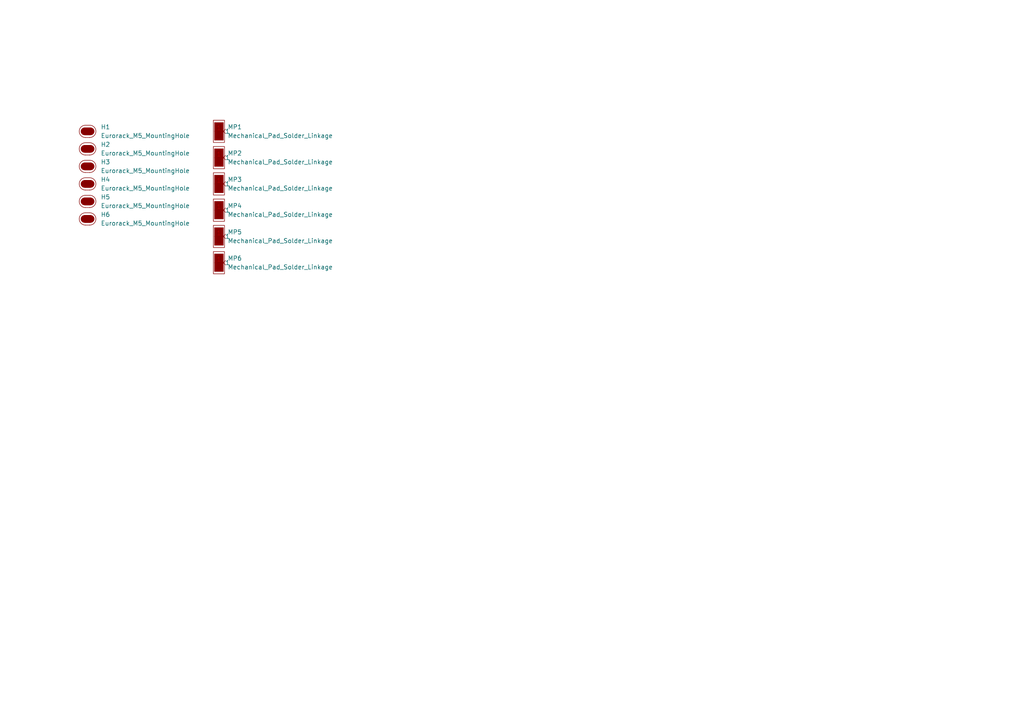
<source format=kicad_sch>
(kicad_sch (version 20250114) (generator "eeschema") (generator_version "9.0")
  (paper "A4")
  (lib_symbols
    (symbol "EXC:Eurorack_M5_MountingHole_Rail" (pin_names (offset 1.016))
      (property "Reference" "H" (at 0 5.08 0))
      (property "Value" "Eurorack_M5_MountingHole" (at 0 3.175 0))
      (symbol "Eurorack_M5_MountingHole_Rail_0_1"
        (circle (center -0.889 0) (radius 1.016) (fill (type outline)))
        (circle (center -0.762 0) (radius 1.016) (fill (type outline)))
        (circle (center -0.635 0) (radius 1.016) (fill (type outline)))
        (arc (start -0.635 -1.778) (mid -2.413 0) (end -0.635 1.778))
        (polyline (pts (xy -0.635 -1.778) (xy 0.635 -1.778)))
        (circle (center -0.508 0) (radius 1.016) (fill (type outline)))
        (circle (center -0.381 0) (radius 1.016) (fill (type outline)))
        (circle (center -0.254 0) (radius 1.016) (fill (type outline)))
        (circle (center -0.127 0) (radius 1.016) (fill (type outline)))
        (circle (center 0 0) (radius 1.016) (fill (type outline)))
        (circle (center 0.127 0) (radius 1.016) (fill (type outline)))
        (circle (center 0.254 0) (radius 1.016) (fill (type outline)))
        (circle (center 0.381 0) (radius 1.016) (fill (type outline)))
        (circle (center 0.508 0) (radius 1.016) (fill (type outline)))
        (polyline (pts (xy 0.635 1.778) (xy -0.635 1.778)))
        (arc (start 0.6141 1.778) (mid 2.4131 0) (end 0.6141 -1.778))
        (circle (center 0.635 0) (radius 1.016) (fill (type outline)))
        (circle (center 0.762 0) (radius 1.016) (fill (type outline)))
        (circle (center 0.889 0) (radius 1.016) (fill (type outline)))
      )
    )
    (symbol "EXC:Mechanical_Pad_Solder_Linkage"
      (property "Reference" "MP" (at 0 4.318 0))
      (property "Value" "Mechanical_Pad_Solder_Linkage" (at 0 -4.318 0))
      (symbol "Mechanical_Pad_Solder_Linkage_0_1"
        (rectangle (start -1.6129 3.2258) (end 1.6129 -3.2258))
        (rectangle (start -1.27 2.54) (end 1.27 -2.54) (fill (type outline)))
      )
      (symbol "Mechanical_Pad_Solder_Linkage_1_1"
        (pin bidirectional non_logic (at -1.27 0 0) (length 2.54) (name "1") (number "1"))
      )
    )
  )
  (symbol (lib_id "EXC:Mechanical_Pad_Solder_Linkage") (at 63.5 38.1 0) (unit 1)
    (property "Reference" "MP1" (at 66.04 36.8299 0) (effects (justify left)))
    (property "Value" "Mechanical_Pad_Solder_Linkage" (at 66.04 39.3699 0) (effects (justify left)))
    (property "Footprint" "EXC:SolderWirePad_1x01_SMD_1x2mm" (effects (hide yes)))
    (property "Description" "Solder pad for mechanically connecting PCBs/etc." (effects (hide yes)))
  )
  (symbol (lib_id "EXC:Mechanical_Pad_Solder_Linkage") (at 63.5 53.34 0) (unit 1)
    (property "Reference" "MP3" (at 66.04 52.0699 0) (effects (justify left)))
    (property "Value" "Mechanical_Pad_Solder_Linkage" (at 66.04 54.6099 0) (effects (justify left)))
    (property "Footprint" "EXC:SolderWirePad_1x01_SMD_1x2mm" (effects (hide yes)))
    (property "Description" "Solder pad for mechanically connecting PCBs/etc." (effects (hide yes)))
  )
  (symbol (lib_id "EXC:Eurorack_M5_MountingHole_Rail") (at 25.4 58.42 0) (unit 1)
    (property "Reference" "H5" (at 29.21 57.1499 0) (effects (justify left)))
    (property "Value" "Eurorack_M5_MountingHole" (at 29.21 59.6899 0) (effects (justify left)))
    (property "Footprint" "EXC:MountingHole_5.2mm_M5" (effects (hide yes)))
    (property "Description" "Mounting Hole without connection" (effects (hide yes)))
  )
  (symbol (lib_id "EXC:Mechanical_Pad_Solder_Linkage") (at 63.5 76.2 0) (unit 1)
    (property "Reference" "MP6" (at 66.04 74.9299 0) (effects (justify left)))
    (property "Value" "Mechanical_Pad_Solder_Linkage" (at 66.04 77.4699 0) (effects (justify left)))
    (property "Footprint" "EXC:SolderWirePad_1x01_SMD_1x2mm" (effects (hide yes)))
    (property "Description" "Solder pad for mechanically connecting PCBs/etc." (effects (hide yes)))
  )
  (symbol (lib_id "EXC:Eurorack_M5_MountingHole_Rail") (at 25.4 63.5 0) (unit 1)
    (property "Reference" "H6" (at 29.21 62.2299 0) (effects (justify left)))
    (property "Value" "Eurorack_M5_MountingHole" (at 29.21 64.7699 0) (effects (justify left)))
    (property "Footprint" "EXC:MountingHole_5.2mm_M5" (effects (hide yes)))
    (property "Description" "Mounting Hole without connection" (effects (hide yes)))
  )
  (symbol (lib_id "EXC:Eurorack_M5_MountingHole_Rail") (at 25.4 48.26 0) (unit 1)
    (property "Reference" "H3" (at 29.21 46.9899 0) (effects (justify left)))
    (property "Value" "Eurorack_M5_MountingHole" (at 29.21 49.5299 0) (effects (justify left)))
    (property "Footprint" "EXC:MountingHole_5.2mm_M5" (effects (hide yes)))
    (property "Description" "Mounting Hole without connection" (effects (hide yes)))
  )
  (symbol (lib_id "EXC:Mechanical_Pad_Solder_Linkage") (at 63.5 60.96 0) (unit 1)
    (property "Reference" "MP4" (at 66.04 59.6899 0) (effects (justify left)))
    (property "Value" "Mechanical_Pad_Solder_Linkage" (at 66.04 62.2299 0) (effects (justify left)))
    (property "Footprint" "EXC:SolderWirePad_1x01_SMD_1x2mm" (effects (hide yes)))
    (property "Description" "Solder pad for mechanically connecting PCBs/etc." (effects (hide yes)))
  )
  (symbol (lib_id "EXC:Mechanical_Pad_Solder_Linkage") (at 63.5 45.72 0) (unit 1)
    (property "Reference" "MP2" (at 66.04 44.4499 0) (effects (justify left)))
    (property "Value" "Mechanical_Pad_Solder_Linkage" (at 66.04 46.9899 0) (effects (justify left)))
    (property "Footprint" "EXC:SolderWirePad_1x01_SMD_1x2mm" (effects (hide yes)))
    (property "Description" "Solder pad for mechanically connecting PCBs/etc." (effects (hide yes)))
  )
  (symbol (lib_id "EXC:Eurorack_M5_MountingHole_Rail") (at 25.4 38.1 0) (unit 1)
    (property "Reference" "H1" (at 29.21 36.8299 0) (effects (justify left)))
    (property "Value" "Eurorack_M5_MountingHole" (at 29.21 39.3699 0) (effects (justify left)))
    (property "Footprint" "EXC:MountingHole_5.2mm_M5" (effects (hide yes)))
    (property "Description" "Mounting Hole without connection" (effects (hide yes)))
  )
  (symbol (lib_id "EXC:Mechanical_Pad_Solder_Linkage") (at 63.5 68.58 0) (unit 1)
    (property "Reference" "MP5" (at 66.04 67.3099 0) (effects (justify left)))
    (property "Value" "Mechanical_Pad_Solder_Linkage" (at 66.04 69.8499 0) (effects (justify left)))
    (property "Footprint" "EXC:SolderWirePad_1x01_SMD_1x2mm" (effects (hide yes)))
    (property "Description" "Solder pad for mechanically connecting PCBs/etc." (effects (hide yes)))
  )
  (symbol (lib_id "EXC:Eurorack_M5_MountingHole_Rail") (at 25.4 43.18 0) (unit 1)
    (property "Reference" "H2" (at 29.21 41.9099 0) (effects (justify left)))
    (property "Value" "Eurorack_M5_MountingHole" (at 29.21 44.4499 0) (effects (justify left)))
    (property "Footprint" "EXC:MountingHole_5.2mm_M5" (effects (hide yes)))
    (property "Description" "Mounting Hole without connection" (effects (hide yes)))
  )
  (symbol (lib_id "EXC:Eurorack_M5_MountingHole_Rail") (at 25.4 53.34 0) (unit 1)
    (property "Reference" "H4" (at 29.21 52.0699 0) (effects (justify left)))
    (property "Value" "Eurorack_M5_MountingHole" (at 29.21 54.6099 0) (effects (justify left)))
    (property "Footprint" "EXC:MountingHole_5.2mm_M5" (effects (hide yes)))
    (property "Description" "Mounting Hole without connection" (effects (hide yes)))
  )
)
</source>
